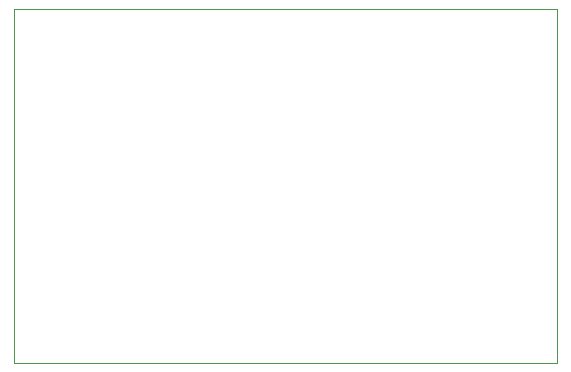
<source format=gbr>
%TF.GenerationSoftware,KiCad,Pcbnew,9.0.5-9.0.5~ubuntu24.04.1*%
%TF.CreationDate,2025-10-18T12:27:34-05:00*%
%TF.ProjectId,can_distance_sensor,63616e5f-6469-4737-9461-6e63655f7365,rev?*%
%TF.SameCoordinates,Original*%
%TF.FileFunction,Profile,NP*%
%FSLAX46Y46*%
G04 Gerber Fmt 4.6, Leading zero omitted, Abs format (unit mm)*
G04 Created by KiCad (PCBNEW 9.0.5-9.0.5~ubuntu24.04.1) date 2025-10-18 12:27:34*
%MOMM*%
%LPD*%
G01*
G04 APERTURE LIST*
%TA.AperFunction,Profile*%
%ADD10C,0.038100*%
%TD*%
G04 APERTURE END LIST*
D10*
X170000000Y-90000000D02*
X216000000Y-90000000D01*
X216000000Y-120000000D01*
X170000000Y-120000000D01*
X170000000Y-90000000D01*
M02*

</source>
